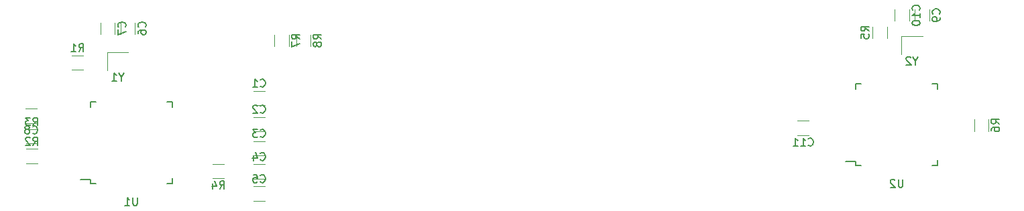
<source format=gbr>
%TF.GenerationSoftware,KiCad,Pcbnew,(5.1.10)-1*%
%TF.CreationDate,2021-08-08T19:29:01+02:00*%
%TF.ProjectId,T1,54312e6b-6963-4616-945f-706362585858,rev?*%
%TF.SameCoordinates,Original*%
%TF.FileFunction,Legend,Bot*%
%TF.FilePolarity,Positive*%
%FSLAX46Y46*%
G04 Gerber Fmt 4.6, Leading zero omitted, Abs format (unit mm)*
G04 Created by KiCad (PCBNEW (5.1.10)-1) date 2021-08-08 19:29:01*
%MOMM*%
%LPD*%
G01*
G04 APERTURE LIST*
%ADD10C,0.120000*%
%ADD11C,0.150000*%
G04 APERTURE END LIST*
D10*
%TO.C,Y2*%
X189054750Y-57174750D02*
X191754750Y-57174750D01*
X189054750Y-59474750D02*
X189054750Y-57174750D01*
%TO.C,Y1*%
X88788250Y-59206750D02*
X91488250Y-59206750D01*
X88788250Y-61506750D02*
X88788250Y-59206750D01*
D11*
%TO.C,U2*%
X183324750Y-72957750D02*
X182049750Y-72957750D01*
X193674750Y-73532750D02*
X192999750Y-73532750D01*
X193674750Y-63182750D02*
X192999750Y-63182750D01*
X183324750Y-63182750D02*
X183999750Y-63182750D01*
X183324750Y-73532750D02*
X183999750Y-73532750D01*
X183324750Y-63182750D02*
X183324750Y-63857750D01*
X193674750Y-63182750D02*
X193674750Y-63857750D01*
X193674750Y-73532750D02*
X193674750Y-72857750D01*
X183324750Y-73532750D02*
X183324750Y-72957750D01*
%TO.C,U1*%
X86677750Y-75243750D02*
X85402750Y-75243750D01*
X97027750Y-75818750D02*
X96352750Y-75818750D01*
X97027750Y-65468750D02*
X96352750Y-65468750D01*
X86677750Y-65468750D02*
X87352750Y-65468750D01*
X86677750Y-75818750D02*
X87352750Y-75818750D01*
X86677750Y-65468750D02*
X86677750Y-66143750D01*
X97027750Y-65468750D02*
X97027750Y-66143750D01*
X97027750Y-75818750D02*
X97027750Y-75143750D01*
X86677750Y-75818750D02*
X86677750Y-75243750D01*
D10*
%TO.C,R8*%
X112659750Y-58416814D02*
X112659750Y-56962686D01*
X114479750Y-58416814D02*
X114479750Y-56962686D01*
%TO.C,R7*%
X109929250Y-58416814D02*
X109929250Y-56962686D01*
X111749250Y-58416814D02*
X111749250Y-56962686D01*
%TO.C,R6*%
X198257750Y-69146314D02*
X198257750Y-67692186D01*
X200077750Y-69146314D02*
X200077750Y-67692186D01*
%TO.C,R5*%
X187250750Y-55946686D02*
X187250750Y-57400814D01*
X185430750Y-55946686D02*
X185430750Y-57400814D01*
%TO.C,R4*%
X102111186Y-73289750D02*
X103565314Y-73289750D01*
X102111186Y-75109750D02*
X103565314Y-75109750D01*
%TO.C,R3*%
X80006814Y-70728250D02*
X78552686Y-70728250D01*
X80006814Y-68908250D02*
X78552686Y-68908250D01*
%TO.C,R2*%
X80006814Y-73204750D02*
X78552686Y-73204750D01*
X80006814Y-71384750D02*
X78552686Y-71384750D01*
%TO.C,R1*%
X85785314Y-61393750D02*
X84331186Y-61393750D01*
X85785314Y-59573750D02*
X84331186Y-59573750D01*
%TO.C,C11*%
X175977498Y-67828750D02*
X177400002Y-67828750D01*
X175977498Y-69648750D02*
X177400002Y-69648750D01*
%TO.C,C10*%
X188224750Y-55226002D02*
X188224750Y-53803498D01*
X190044750Y-55226002D02*
X190044750Y-53803498D01*
%TO.C,C9*%
X190764750Y-55226002D02*
X190764750Y-53803498D01*
X192584750Y-55226002D02*
X192584750Y-53803498D01*
%TO.C,C8*%
X78504998Y-66304750D02*
X79927502Y-66304750D01*
X78504998Y-68124750D02*
X79927502Y-68124750D01*
%TO.C,C7*%
X87958250Y-56877002D02*
X87958250Y-55454498D01*
X89778250Y-56877002D02*
X89778250Y-55454498D01*
%TO.C,C6*%
X90498250Y-56877002D02*
X90498250Y-55454498D01*
X92318250Y-56877002D02*
X92318250Y-55454498D01*
%TO.C,C5*%
X108693002Y-77967250D02*
X107270498Y-77967250D01*
X108693002Y-76147250D02*
X107270498Y-76147250D01*
%TO.C,C4*%
X108693002Y-75173250D02*
X107270498Y-75173250D01*
X108693002Y-73353250D02*
X107270498Y-73353250D01*
%TO.C,C3*%
X108693002Y-72252250D02*
X107270498Y-72252250D01*
X108693002Y-70432250D02*
X107270498Y-70432250D01*
%TO.C,C2*%
X108693002Y-69204250D02*
X107270498Y-69204250D01*
X108693002Y-67384250D02*
X107270498Y-67384250D01*
%TO.C,C1*%
X108693002Y-65902250D02*
X107270498Y-65902250D01*
X108693002Y-64082250D02*
X107270498Y-64082250D01*
%TO.C,Y2*%
D11*
X190880940Y-60300940D02*
X190880940Y-60777130D01*
X191214273Y-59777130D02*
X190880940Y-60300940D01*
X190547607Y-59777130D01*
X190261892Y-59872369D02*
X190214273Y-59824750D01*
X190119035Y-59777130D01*
X189880940Y-59777130D01*
X189785702Y-59824750D01*
X189738083Y-59872369D01*
X189690464Y-59967607D01*
X189690464Y-60062845D01*
X189738083Y-60205702D01*
X190309511Y-60777130D01*
X189690464Y-60777130D01*
%TO.C,Y1*%
X90614440Y-62332940D02*
X90614440Y-62809130D01*
X90947773Y-61809130D02*
X90614440Y-62332940D01*
X90281107Y-61809130D01*
X89423964Y-62809130D02*
X89995392Y-62809130D01*
X89709678Y-62809130D02*
X89709678Y-61809130D01*
X89804916Y-61951988D01*
X89900154Y-62047226D01*
X89995392Y-62094845D01*
%TO.C,U2*%
X189261654Y-75260130D02*
X189261654Y-76069654D01*
X189214035Y-76164892D01*
X189166416Y-76212511D01*
X189071178Y-76260130D01*
X188880702Y-76260130D01*
X188785464Y-76212511D01*
X188737845Y-76164892D01*
X188690226Y-76069654D01*
X188690226Y-75260130D01*
X188261654Y-75355369D02*
X188214035Y-75307750D01*
X188118797Y-75260130D01*
X187880702Y-75260130D01*
X187785464Y-75307750D01*
X187737845Y-75355369D01*
X187690226Y-75450607D01*
X187690226Y-75545845D01*
X187737845Y-75688702D01*
X188309273Y-76260130D01*
X187690226Y-76260130D01*
%TO.C,U1*%
X92614654Y-77546130D02*
X92614654Y-78355654D01*
X92567035Y-78450892D01*
X92519416Y-78498511D01*
X92424178Y-78546130D01*
X92233702Y-78546130D01*
X92138464Y-78498511D01*
X92090845Y-78450892D01*
X92043226Y-78355654D01*
X92043226Y-77546130D01*
X91043226Y-78546130D02*
X91614654Y-78546130D01*
X91328940Y-78546130D02*
X91328940Y-77546130D01*
X91424178Y-77688988D01*
X91519416Y-77784226D01*
X91614654Y-77831845D01*
%TO.C,R8*%
X115842130Y-57523083D02*
X115365940Y-57189750D01*
X115842130Y-56951654D02*
X114842130Y-56951654D01*
X114842130Y-57332607D01*
X114889750Y-57427845D01*
X114937369Y-57475464D01*
X115032607Y-57523083D01*
X115175464Y-57523083D01*
X115270702Y-57475464D01*
X115318321Y-57427845D01*
X115365940Y-57332607D01*
X115365940Y-56951654D01*
X115270702Y-58094511D02*
X115223083Y-57999273D01*
X115175464Y-57951654D01*
X115080226Y-57904035D01*
X115032607Y-57904035D01*
X114937369Y-57951654D01*
X114889750Y-57999273D01*
X114842130Y-58094511D01*
X114842130Y-58284988D01*
X114889750Y-58380226D01*
X114937369Y-58427845D01*
X115032607Y-58475464D01*
X115080226Y-58475464D01*
X115175464Y-58427845D01*
X115223083Y-58380226D01*
X115270702Y-58284988D01*
X115270702Y-58094511D01*
X115318321Y-57999273D01*
X115365940Y-57951654D01*
X115461178Y-57904035D01*
X115651654Y-57904035D01*
X115746892Y-57951654D01*
X115794511Y-57999273D01*
X115842130Y-58094511D01*
X115842130Y-58284988D01*
X115794511Y-58380226D01*
X115746892Y-58427845D01*
X115651654Y-58475464D01*
X115461178Y-58475464D01*
X115365940Y-58427845D01*
X115318321Y-58380226D01*
X115270702Y-58284988D01*
%TO.C,R7*%
X113111630Y-57523083D02*
X112635440Y-57189750D01*
X113111630Y-56951654D02*
X112111630Y-56951654D01*
X112111630Y-57332607D01*
X112159250Y-57427845D01*
X112206869Y-57475464D01*
X112302107Y-57523083D01*
X112444964Y-57523083D01*
X112540202Y-57475464D01*
X112587821Y-57427845D01*
X112635440Y-57332607D01*
X112635440Y-56951654D01*
X112111630Y-57856416D02*
X112111630Y-58523083D01*
X113111630Y-58094511D01*
%TO.C,R6*%
X201440130Y-68252583D02*
X200963940Y-67919250D01*
X201440130Y-67681154D02*
X200440130Y-67681154D01*
X200440130Y-68062107D01*
X200487750Y-68157345D01*
X200535369Y-68204964D01*
X200630607Y-68252583D01*
X200773464Y-68252583D01*
X200868702Y-68204964D01*
X200916321Y-68157345D01*
X200963940Y-68062107D01*
X200963940Y-67681154D01*
X200440130Y-69109726D02*
X200440130Y-68919250D01*
X200487750Y-68824011D01*
X200535369Y-68776392D01*
X200678226Y-68681154D01*
X200868702Y-68633535D01*
X201249654Y-68633535D01*
X201344892Y-68681154D01*
X201392511Y-68728773D01*
X201440130Y-68824011D01*
X201440130Y-69014488D01*
X201392511Y-69109726D01*
X201344892Y-69157345D01*
X201249654Y-69204964D01*
X201011559Y-69204964D01*
X200916321Y-69157345D01*
X200868702Y-69109726D01*
X200821083Y-69014488D01*
X200821083Y-68824011D01*
X200868702Y-68728773D01*
X200916321Y-68681154D01*
X201011559Y-68633535D01*
%TO.C,R5*%
X184973130Y-56507083D02*
X184496940Y-56173750D01*
X184973130Y-55935654D02*
X183973130Y-55935654D01*
X183973130Y-56316607D01*
X184020750Y-56411845D01*
X184068369Y-56459464D01*
X184163607Y-56507083D01*
X184306464Y-56507083D01*
X184401702Y-56459464D01*
X184449321Y-56411845D01*
X184496940Y-56316607D01*
X184496940Y-55935654D01*
X183973130Y-57411845D02*
X183973130Y-56935654D01*
X184449321Y-56888035D01*
X184401702Y-56935654D01*
X184354083Y-57030892D01*
X184354083Y-57268988D01*
X184401702Y-57364226D01*
X184449321Y-57411845D01*
X184544559Y-57459464D01*
X184782654Y-57459464D01*
X184877892Y-57411845D01*
X184925511Y-57364226D01*
X184973130Y-57268988D01*
X184973130Y-57030892D01*
X184925511Y-56935654D01*
X184877892Y-56888035D01*
%TO.C,R4*%
X103004916Y-76472130D02*
X103338250Y-75995940D01*
X103576345Y-76472130D02*
X103576345Y-75472130D01*
X103195392Y-75472130D01*
X103100154Y-75519750D01*
X103052535Y-75567369D01*
X103004916Y-75662607D01*
X103004916Y-75805464D01*
X103052535Y-75900702D01*
X103100154Y-75948321D01*
X103195392Y-75995940D01*
X103576345Y-75995940D01*
X102147773Y-75805464D02*
X102147773Y-76472130D01*
X102385869Y-75424511D02*
X102623964Y-76138797D01*
X102004916Y-76138797D01*
%TO.C,R3*%
X79446416Y-68450630D02*
X79779750Y-67974440D01*
X80017845Y-68450630D02*
X80017845Y-67450630D01*
X79636892Y-67450630D01*
X79541654Y-67498250D01*
X79494035Y-67545869D01*
X79446416Y-67641107D01*
X79446416Y-67783964D01*
X79494035Y-67879202D01*
X79541654Y-67926821D01*
X79636892Y-67974440D01*
X80017845Y-67974440D01*
X79113083Y-67450630D02*
X78494035Y-67450630D01*
X78827369Y-67831583D01*
X78684511Y-67831583D01*
X78589273Y-67879202D01*
X78541654Y-67926821D01*
X78494035Y-68022059D01*
X78494035Y-68260154D01*
X78541654Y-68355392D01*
X78589273Y-68403011D01*
X78684511Y-68450630D01*
X78970226Y-68450630D01*
X79065464Y-68403011D01*
X79113083Y-68355392D01*
%TO.C,R2*%
X79446416Y-70927130D02*
X79779750Y-70450940D01*
X80017845Y-70927130D02*
X80017845Y-69927130D01*
X79636892Y-69927130D01*
X79541654Y-69974750D01*
X79494035Y-70022369D01*
X79446416Y-70117607D01*
X79446416Y-70260464D01*
X79494035Y-70355702D01*
X79541654Y-70403321D01*
X79636892Y-70450940D01*
X80017845Y-70450940D01*
X79065464Y-70022369D02*
X79017845Y-69974750D01*
X78922607Y-69927130D01*
X78684511Y-69927130D01*
X78589273Y-69974750D01*
X78541654Y-70022369D01*
X78494035Y-70117607D01*
X78494035Y-70212845D01*
X78541654Y-70355702D01*
X79113083Y-70927130D01*
X78494035Y-70927130D01*
%TO.C,R1*%
X85224916Y-59116130D02*
X85558250Y-58639940D01*
X85796345Y-59116130D02*
X85796345Y-58116130D01*
X85415392Y-58116130D01*
X85320154Y-58163750D01*
X85272535Y-58211369D01*
X85224916Y-58306607D01*
X85224916Y-58449464D01*
X85272535Y-58544702D01*
X85320154Y-58592321D01*
X85415392Y-58639940D01*
X85796345Y-58639940D01*
X84272535Y-59116130D02*
X84843964Y-59116130D01*
X84558250Y-59116130D02*
X84558250Y-58116130D01*
X84653488Y-58258988D01*
X84748726Y-58354226D01*
X84843964Y-58401845D01*
%TO.C,C11*%
X177331607Y-70945892D02*
X177379226Y-70993511D01*
X177522083Y-71041130D01*
X177617321Y-71041130D01*
X177760178Y-70993511D01*
X177855416Y-70898273D01*
X177903035Y-70803035D01*
X177950654Y-70612559D01*
X177950654Y-70469702D01*
X177903035Y-70279226D01*
X177855416Y-70183988D01*
X177760178Y-70088750D01*
X177617321Y-70041130D01*
X177522083Y-70041130D01*
X177379226Y-70088750D01*
X177331607Y-70136369D01*
X176379226Y-71041130D02*
X176950654Y-71041130D01*
X176664940Y-71041130D02*
X176664940Y-70041130D01*
X176760178Y-70183988D01*
X176855416Y-70279226D01*
X176950654Y-70326845D01*
X175426845Y-71041130D02*
X175998273Y-71041130D01*
X175712559Y-71041130D02*
X175712559Y-70041130D01*
X175807797Y-70183988D01*
X175903035Y-70279226D01*
X175998273Y-70326845D01*
%TO.C,C10*%
X191341892Y-53871892D02*
X191389511Y-53824273D01*
X191437130Y-53681416D01*
X191437130Y-53586178D01*
X191389511Y-53443321D01*
X191294273Y-53348083D01*
X191199035Y-53300464D01*
X191008559Y-53252845D01*
X190865702Y-53252845D01*
X190675226Y-53300464D01*
X190579988Y-53348083D01*
X190484750Y-53443321D01*
X190437130Y-53586178D01*
X190437130Y-53681416D01*
X190484750Y-53824273D01*
X190532369Y-53871892D01*
X191437130Y-54824273D02*
X191437130Y-54252845D01*
X191437130Y-54538559D02*
X190437130Y-54538559D01*
X190579988Y-54443321D01*
X190675226Y-54348083D01*
X190722845Y-54252845D01*
X190437130Y-55443321D02*
X190437130Y-55538559D01*
X190484750Y-55633797D01*
X190532369Y-55681416D01*
X190627607Y-55729035D01*
X190818083Y-55776654D01*
X191056178Y-55776654D01*
X191246654Y-55729035D01*
X191341892Y-55681416D01*
X191389511Y-55633797D01*
X191437130Y-55538559D01*
X191437130Y-55443321D01*
X191389511Y-55348083D01*
X191341892Y-55300464D01*
X191246654Y-55252845D01*
X191056178Y-55205226D01*
X190818083Y-55205226D01*
X190627607Y-55252845D01*
X190532369Y-55300464D01*
X190484750Y-55348083D01*
X190437130Y-55443321D01*
%TO.C,C9*%
X193881892Y-54348083D02*
X193929511Y-54300464D01*
X193977130Y-54157607D01*
X193977130Y-54062369D01*
X193929511Y-53919511D01*
X193834273Y-53824273D01*
X193739035Y-53776654D01*
X193548559Y-53729035D01*
X193405702Y-53729035D01*
X193215226Y-53776654D01*
X193119988Y-53824273D01*
X193024750Y-53919511D01*
X192977130Y-54062369D01*
X192977130Y-54157607D01*
X193024750Y-54300464D01*
X193072369Y-54348083D01*
X193977130Y-54824273D02*
X193977130Y-55014750D01*
X193929511Y-55109988D01*
X193881892Y-55157607D01*
X193739035Y-55252845D01*
X193548559Y-55300464D01*
X193167607Y-55300464D01*
X193072369Y-55252845D01*
X193024750Y-55205226D01*
X192977130Y-55109988D01*
X192977130Y-54919511D01*
X193024750Y-54824273D01*
X193072369Y-54776654D01*
X193167607Y-54729035D01*
X193405702Y-54729035D01*
X193500940Y-54776654D01*
X193548559Y-54824273D01*
X193596178Y-54919511D01*
X193596178Y-55109988D01*
X193548559Y-55205226D01*
X193500940Y-55252845D01*
X193405702Y-55300464D01*
%TO.C,C8*%
X79382916Y-69421892D02*
X79430535Y-69469511D01*
X79573392Y-69517130D01*
X79668630Y-69517130D01*
X79811488Y-69469511D01*
X79906726Y-69374273D01*
X79954345Y-69279035D01*
X80001964Y-69088559D01*
X80001964Y-68945702D01*
X79954345Y-68755226D01*
X79906726Y-68659988D01*
X79811488Y-68564750D01*
X79668630Y-68517130D01*
X79573392Y-68517130D01*
X79430535Y-68564750D01*
X79382916Y-68612369D01*
X78811488Y-68945702D02*
X78906726Y-68898083D01*
X78954345Y-68850464D01*
X79001964Y-68755226D01*
X79001964Y-68707607D01*
X78954345Y-68612369D01*
X78906726Y-68564750D01*
X78811488Y-68517130D01*
X78621011Y-68517130D01*
X78525773Y-68564750D01*
X78478154Y-68612369D01*
X78430535Y-68707607D01*
X78430535Y-68755226D01*
X78478154Y-68850464D01*
X78525773Y-68898083D01*
X78621011Y-68945702D01*
X78811488Y-68945702D01*
X78906726Y-68993321D01*
X78954345Y-69040940D01*
X79001964Y-69136178D01*
X79001964Y-69326654D01*
X78954345Y-69421892D01*
X78906726Y-69469511D01*
X78811488Y-69517130D01*
X78621011Y-69517130D01*
X78525773Y-69469511D01*
X78478154Y-69421892D01*
X78430535Y-69326654D01*
X78430535Y-69136178D01*
X78478154Y-69040940D01*
X78525773Y-68993321D01*
X78621011Y-68945702D01*
%TO.C,C7*%
X91075392Y-55999083D02*
X91123011Y-55951464D01*
X91170630Y-55808607D01*
X91170630Y-55713369D01*
X91123011Y-55570511D01*
X91027773Y-55475273D01*
X90932535Y-55427654D01*
X90742059Y-55380035D01*
X90599202Y-55380035D01*
X90408726Y-55427654D01*
X90313488Y-55475273D01*
X90218250Y-55570511D01*
X90170630Y-55713369D01*
X90170630Y-55808607D01*
X90218250Y-55951464D01*
X90265869Y-55999083D01*
X90170630Y-56332416D02*
X90170630Y-56999083D01*
X91170630Y-56570511D01*
%TO.C,C6*%
X93615392Y-55999083D02*
X93663011Y-55951464D01*
X93710630Y-55808607D01*
X93710630Y-55713369D01*
X93663011Y-55570511D01*
X93567773Y-55475273D01*
X93472535Y-55427654D01*
X93282059Y-55380035D01*
X93139202Y-55380035D01*
X92948726Y-55427654D01*
X92853488Y-55475273D01*
X92758250Y-55570511D01*
X92710630Y-55713369D01*
X92710630Y-55808607D01*
X92758250Y-55951464D01*
X92805869Y-55999083D01*
X92710630Y-56856226D02*
X92710630Y-56665750D01*
X92758250Y-56570511D01*
X92805869Y-56522892D01*
X92948726Y-56427654D01*
X93139202Y-56380035D01*
X93520154Y-56380035D01*
X93615392Y-56427654D01*
X93663011Y-56475273D01*
X93710630Y-56570511D01*
X93710630Y-56760988D01*
X93663011Y-56856226D01*
X93615392Y-56903845D01*
X93520154Y-56951464D01*
X93282059Y-56951464D01*
X93186821Y-56903845D01*
X93139202Y-56856226D01*
X93091583Y-56760988D01*
X93091583Y-56570511D01*
X93139202Y-56475273D01*
X93186821Y-56427654D01*
X93282059Y-56380035D01*
%TO.C,C5*%
X108148416Y-75564392D02*
X108196035Y-75612011D01*
X108338892Y-75659630D01*
X108434130Y-75659630D01*
X108576988Y-75612011D01*
X108672226Y-75516773D01*
X108719845Y-75421535D01*
X108767464Y-75231059D01*
X108767464Y-75088202D01*
X108719845Y-74897726D01*
X108672226Y-74802488D01*
X108576988Y-74707250D01*
X108434130Y-74659630D01*
X108338892Y-74659630D01*
X108196035Y-74707250D01*
X108148416Y-74754869D01*
X107243654Y-74659630D02*
X107719845Y-74659630D01*
X107767464Y-75135821D01*
X107719845Y-75088202D01*
X107624607Y-75040583D01*
X107386511Y-75040583D01*
X107291273Y-75088202D01*
X107243654Y-75135821D01*
X107196035Y-75231059D01*
X107196035Y-75469154D01*
X107243654Y-75564392D01*
X107291273Y-75612011D01*
X107386511Y-75659630D01*
X107624607Y-75659630D01*
X107719845Y-75612011D01*
X107767464Y-75564392D01*
%TO.C,C4*%
X108148416Y-72770392D02*
X108196035Y-72818011D01*
X108338892Y-72865630D01*
X108434130Y-72865630D01*
X108576988Y-72818011D01*
X108672226Y-72722773D01*
X108719845Y-72627535D01*
X108767464Y-72437059D01*
X108767464Y-72294202D01*
X108719845Y-72103726D01*
X108672226Y-72008488D01*
X108576988Y-71913250D01*
X108434130Y-71865630D01*
X108338892Y-71865630D01*
X108196035Y-71913250D01*
X108148416Y-71960869D01*
X107291273Y-72198964D02*
X107291273Y-72865630D01*
X107529369Y-71818011D02*
X107767464Y-72532297D01*
X107148416Y-72532297D01*
%TO.C,C3*%
X108148416Y-69849392D02*
X108196035Y-69897011D01*
X108338892Y-69944630D01*
X108434130Y-69944630D01*
X108576988Y-69897011D01*
X108672226Y-69801773D01*
X108719845Y-69706535D01*
X108767464Y-69516059D01*
X108767464Y-69373202D01*
X108719845Y-69182726D01*
X108672226Y-69087488D01*
X108576988Y-68992250D01*
X108434130Y-68944630D01*
X108338892Y-68944630D01*
X108196035Y-68992250D01*
X108148416Y-69039869D01*
X107815083Y-68944630D02*
X107196035Y-68944630D01*
X107529369Y-69325583D01*
X107386511Y-69325583D01*
X107291273Y-69373202D01*
X107243654Y-69420821D01*
X107196035Y-69516059D01*
X107196035Y-69754154D01*
X107243654Y-69849392D01*
X107291273Y-69897011D01*
X107386511Y-69944630D01*
X107672226Y-69944630D01*
X107767464Y-69897011D01*
X107815083Y-69849392D01*
%TO.C,C2*%
X108148416Y-66801392D02*
X108196035Y-66849011D01*
X108338892Y-66896630D01*
X108434130Y-66896630D01*
X108576988Y-66849011D01*
X108672226Y-66753773D01*
X108719845Y-66658535D01*
X108767464Y-66468059D01*
X108767464Y-66325202D01*
X108719845Y-66134726D01*
X108672226Y-66039488D01*
X108576988Y-65944250D01*
X108434130Y-65896630D01*
X108338892Y-65896630D01*
X108196035Y-65944250D01*
X108148416Y-65991869D01*
X107767464Y-65991869D02*
X107719845Y-65944250D01*
X107624607Y-65896630D01*
X107386511Y-65896630D01*
X107291273Y-65944250D01*
X107243654Y-65991869D01*
X107196035Y-66087107D01*
X107196035Y-66182345D01*
X107243654Y-66325202D01*
X107815083Y-66896630D01*
X107196035Y-66896630D01*
%TO.C,C1*%
X108148416Y-63499392D02*
X108196035Y-63547011D01*
X108338892Y-63594630D01*
X108434130Y-63594630D01*
X108576988Y-63547011D01*
X108672226Y-63451773D01*
X108719845Y-63356535D01*
X108767464Y-63166059D01*
X108767464Y-63023202D01*
X108719845Y-62832726D01*
X108672226Y-62737488D01*
X108576988Y-62642250D01*
X108434130Y-62594630D01*
X108338892Y-62594630D01*
X108196035Y-62642250D01*
X108148416Y-62689869D01*
X107196035Y-63594630D02*
X107767464Y-63594630D01*
X107481750Y-63594630D02*
X107481750Y-62594630D01*
X107576988Y-62737488D01*
X107672226Y-62832726D01*
X107767464Y-62880345D01*
%TD*%
M02*

</source>
